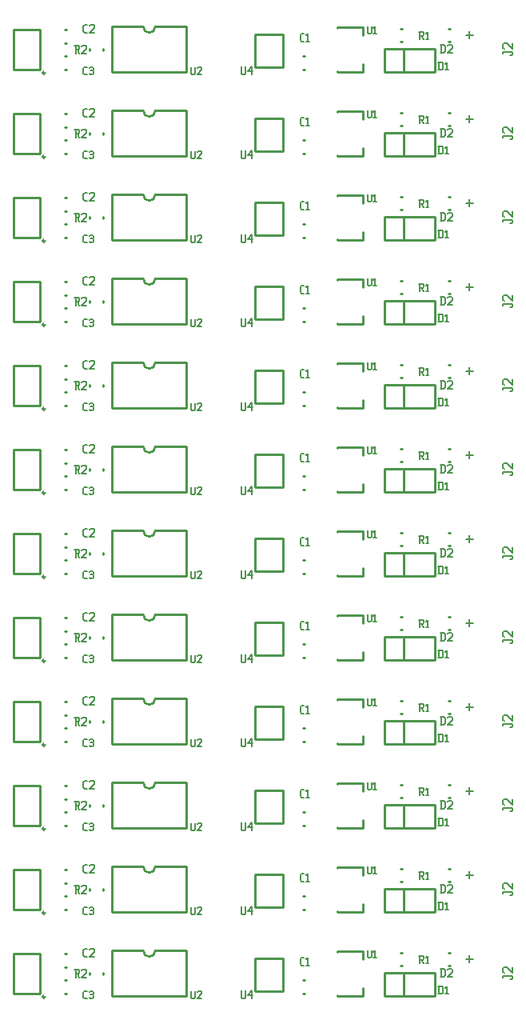
<source format=gbr>
G04 start of page 9 for group -4079 idx -4079 *
G04 Title: (unknown), topsilk *
G04 Creator: pcb 20140316 *
G04 CreationDate: Thu 20 Aug 2020 02:40:32 AM GMT UTC *
G04 For: railfan *
G04 Format: Gerber/RS-274X *
G04 PCB-Dimensions (mil): 2400.00 4300.00 *
G04 PCB-Coordinate-Origin: lower left *
%MOIN*%
%FSLAX25Y25*%
%LNTOPSILK*%
%ADD63C,0.0100*%
%ADD62C,0.0080*%
G54D62*X200500Y273500D02*X203500D01*
X202000Y275000D02*Y272000D01*
X200500Y238500D02*X203500D01*
X202000Y240000D02*Y237000D01*
X200500Y203500D02*X203500D01*
X202000Y205000D02*Y202000D01*
X200500Y168500D02*X203500D01*
X202000Y170000D02*Y167000D01*
X200500Y133500D02*X203500D01*
X202000Y135000D02*Y132000D01*
X200500Y98500D02*X203500D01*
X202000Y100000D02*Y97000D01*
X200500Y63500D02*X203500D01*
X202000Y65000D02*Y62000D01*
X200500Y28500D02*X203500D01*
X202000Y30000D02*Y27000D01*
X200500Y343500D02*X203500D01*
X202000Y345000D02*Y342000D01*
X200500Y308500D02*X203500D01*
X200500Y413500D02*X203500D01*
X202000Y415000D02*Y412000D01*
X200500Y378500D02*X203500D01*
X202000Y380000D02*Y377000D01*
Y310000D02*Y307000D01*
G54D63*X11988Y399232D02*X23012D01*
X11988Y415768D02*Y399232D01*
Y415768D02*X23012D01*
Y399232D01*
X25012Y397732D02*G75*G03X25012Y397732I-500J0D01*G01*
X43745Y372893D02*Y372107D01*
X49255Y372893D02*Y372107D01*
X33107Y369755D02*X33893D01*
X33107Y364245D02*X33893D01*
X33107Y380755D02*X33893D01*
X33107Y375245D02*X33893D01*
X11988Y364232D02*X23012D01*
X11988Y380768D02*Y364232D01*
Y380768D02*X23012D01*
Y364232D01*
X25012Y362732D02*G75*G03X25012Y362732I-500J0D01*G01*
X11988Y329232D02*X23012D01*
X11988Y345768D02*Y329232D01*
Y345768D02*X23012D01*
Y329232D01*
X25012Y327732D02*G75*G03X25012Y327732I-500J0D01*G01*
X43745Y302893D02*Y302107D01*
X49255Y302893D02*Y302107D01*
X33107Y299755D02*X33893D01*
X33107Y294245D02*X33893D01*
X33107Y310755D02*X33893D01*
X33107Y305245D02*X33893D01*
X124400Y308900D02*Y295000D01*
X112600Y308900D02*X124400D01*
X112600D02*Y295000D01*
X124400D01*
X132607Y294245D02*X133393D01*
X132607Y299755D02*X133393D01*
X124400Y273900D02*Y260000D01*
X112600Y273900D02*X124400D01*
X112600D02*Y260000D01*
X124400D01*
X132607Y259245D02*X133393D01*
X132607Y264755D02*X133393D01*
X166500Y398200D02*X187500D01*
X166500Y407800D02*X187500D01*
X166500Y398200D02*Y407800D01*
X187500Y398200D02*Y407800D01*
X174500Y398200D02*Y407800D01*
X173107Y416255D02*X173893D01*
X173107Y410745D02*X173893D01*
X193107Y416255D02*X193893D01*
X193107Y410745D02*X193893D01*
X147020Y416750D02*X157650D01*
X147020Y398250D02*X157650D01*
Y416750D02*Y413500D01*
Y401500D02*Y398250D01*
X147020Y416750D02*Y416571D01*
Y398429D02*Y398250D01*
Y381750D02*X157650D01*
X147020Y363250D02*X157650D01*
Y381750D02*Y378500D01*
Y366500D02*Y363250D01*
X147020Y381750D02*Y381571D01*
Y363429D02*Y363250D01*
X166500Y363200D02*X187500D01*
X166500Y372800D02*X187500D01*
X166500Y363200D02*Y372800D01*
X187500Y363200D02*Y372800D01*
X174500Y363200D02*Y372800D01*
X173107Y381255D02*X173893D01*
X173107Y375745D02*X173893D01*
X193107Y381255D02*X193893D01*
X193107Y375745D02*X193893D01*
X43745Y407893D02*Y407107D01*
X49255Y407893D02*Y407107D01*
X33107Y404755D02*X33893D01*
X33107Y399245D02*X33893D01*
X33107Y415755D02*X33893D01*
X33107Y410245D02*X33893D01*
X124400Y413900D02*Y400000D01*
X112600Y413900D02*X124400D01*
X112600D02*Y400000D01*
X124400D01*
X132607Y399245D02*X133393D01*
X132607Y404755D02*X133393D01*
X132607Y364245D02*X133393D01*
X132607Y369755D02*X133393D01*
X132607Y329245D02*X133393D01*
X132607Y334755D02*X133393D01*
X53000Y417000D02*Y398000D01*
X84000D01*
Y417000D01*
X53000D02*X66000D01*
X84000D02*X71000D01*
X66000D02*G75*G03X71000Y417000I2500J0D01*G01*
X124400Y378900D02*Y365000D01*
X112600Y378900D02*X124400D01*
X112600D02*Y365000D01*
X124400D01*
X53000Y347000D02*Y328000D01*
X84000D01*
Y347000D01*
X53000D02*X66000D01*
X84000D02*X71000D01*
X66000D02*G75*G03X71000Y347000I2500J0D01*G01*
X53000Y382000D02*Y363000D01*
X84000D01*
Y382000D01*
X53000D02*X66000D01*
X84000D02*X71000D01*
X66000D02*G75*G03X71000Y382000I2500J0D01*G01*
X124400Y343900D02*Y330000D01*
X112600Y343900D02*X124400D01*
X112600D02*Y330000D01*
X124400D01*
X43745Y337893D02*Y337107D01*
X49255Y337893D02*Y337107D01*
X33107Y334755D02*X33893D01*
X33107Y329245D02*X33893D01*
X33107Y345755D02*X33893D01*
X33107Y340245D02*X33893D01*
X11988Y294232D02*X23012D01*
X11988Y310768D02*Y294232D01*
Y310768D02*X23012D01*
Y294232D01*
X25012Y292732D02*G75*G03X25012Y292732I-500J0D01*G01*
X166500Y328200D02*X187500D01*
X166500Y337800D02*X187500D01*
X166500Y328200D02*Y337800D01*
X187500Y328200D02*Y337800D01*
X174500Y328200D02*Y337800D01*
X173107Y346255D02*X173893D01*
X173107Y340745D02*X173893D01*
X193107Y346255D02*X193893D01*
X193107Y340745D02*X193893D01*
X173107Y311255D02*X173893D01*
X173107Y305745D02*X173893D01*
X193107Y311255D02*X193893D01*
X193107Y305745D02*X193893D01*
X147020Y346750D02*X157650D01*
X147020Y328250D02*X157650D01*
Y346750D02*Y343500D01*
Y331500D02*Y328250D01*
X147020Y346750D02*Y346571D01*
Y328429D02*Y328250D01*
Y311750D02*X157650D01*
X147020Y293250D02*X157650D01*
Y311750D02*Y308500D01*
Y296500D02*Y293250D01*
X147020Y311750D02*Y311571D01*
Y293429D02*Y293250D01*
X166500Y293200D02*X187500D01*
X166500Y302800D02*X187500D01*
X166500Y293200D02*Y302800D01*
X187500Y293200D02*Y302800D01*
X174500Y293200D02*Y302800D01*
X166500Y258200D02*X187500D01*
X166500Y267800D02*X187500D01*
X166500Y258200D02*Y267800D01*
X187500Y258200D02*Y267800D01*
X174500Y258200D02*Y267800D01*
X173107Y276255D02*X173893D01*
X173107Y270745D02*X173893D01*
X193107Y276255D02*X193893D01*
X193107Y270745D02*X193893D01*
X193107Y241255D02*X193893D01*
X193107Y235745D02*X193893D01*
X193107Y206255D02*X193893D01*
X193107Y200745D02*X193893D01*
X147020Y276750D02*X157650D01*
X147020Y258250D02*X157650D01*
Y276750D02*Y273500D01*
Y261500D02*Y258250D01*
X147020Y276750D02*Y276571D01*
Y258429D02*Y258250D01*
Y241750D02*X157650D01*
X147020Y223250D02*X157650D01*
Y241750D02*Y238500D01*
Y226500D02*Y223250D01*
X147020Y241750D02*Y241571D01*
Y223429D02*Y223250D01*
Y206750D02*X157650D01*
X147020Y188250D02*X157650D01*
Y206750D02*Y203500D01*
Y191500D02*Y188250D01*
X147020Y206750D02*Y206571D01*
Y188429D02*Y188250D01*
X166500Y223200D02*X187500D01*
X166500Y232800D02*X187500D01*
X166500Y223200D02*Y232800D01*
X187500Y223200D02*Y232800D01*
X174500Y223200D02*Y232800D01*
X173107Y241255D02*X173893D01*
X173107Y235745D02*X173893D01*
X166500Y188200D02*X187500D01*
X166500Y197800D02*X187500D01*
X166500Y188200D02*Y197800D01*
X187500Y188200D02*Y197800D01*
X174500Y188200D02*Y197800D01*
X173107Y206255D02*X173893D01*
X173107Y200745D02*X173893D01*
X43745Y267893D02*Y267107D01*
X49255Y267893D02*Y267107D01*
X43745Y232893D02*Y232107D01*
X49255Y232893D02*Y232107D01*
X43745Y197893D02*Y197107D01*
X49255Y197893D02*Y197107D01*
X33107Y264755D02*X33893D01*
X33107Y259245D02*X33893D01*
X11988Y259232D02*X23012D01*
X11988Y275768D02*Y259232D01*
Y275768D02*X23012D01*
Y259232D01*
X25012Y257732D02*G75*G03X25012Y257732I-500J0D01*G01*
X33107Y275755D02*X33893D01*
X33107Y270245D02*X33893D01*
X33107Y240755D02*X33893D01*
X33107Y235245D02*X33893D01*
X33107Y229755D02*X33893D01*
X33107Y224245D02*X33893D01*
X11988Y224232D02*X23012D01*
X11988Y240768D02*Y224232D01*
Y240768D02*X23012D01*
Y224232D01*
X25012Y222732D02*G75*G03X25012Y222732I-500J0D01*G01*
X33107Y194755D02*X33893D01*
X33107Y189245D02*X33893D01*
X33107Y205755D02*X33893D01*
X33107Y200245D02*X33893D01*
X11988Y189232D02*X23012D01*
X11988Y205768D02*Y189232D01*
Y205768D02*X23012D01*
Y189232D01*
X25012Y187732D02*G75*G03X25012Y187732I-500J0D01*G01*
X53000Y312000D02*Y293000D01*
X84000D01*
Y312000D01*
X53000D02*X66000D01*
X84000D02*X71000D01*
X66000D02*G75*G03X71000Y312000I2500J0D01*G01*
X53000Y277000D02*Y258000D01*
X84000D01*
Y277000D01*
X53000D02*X66000D01*
X84000D02*X71000D01*
X66000D02*G75*G03X71000Y277000I2500J0D01*G01*
X53000Y242000D02*Y223000D01*
X84000D01*
Y242000D01*
X53000D02*X66000D01*
X84000D02*X71000D01*
X66000D02*G75*G03X71000Y242000I2500J0D01*G01*
X53000Y207000D02*Y188000D01*
X84000D01*
Y207000D01*
X53000D02*X66000D01*
X84000D02*X71000D01*
X66000D02*G75*G03X71000Y207000I2500J0D01*G01*
X53000Y172000D02*Y153000D01*
X84000D01*
Y172000D01*
X53000D02*X66000D01*
X84000D02*X71000D01*
X66000D02*G75*G03X71000Y172000I2500J0D01*G01*
X124400Y238900D02*Y225000D01*
X112600Y238900D02*X124400D01*
X112600D02*Y225000D01*
X124400D01*
Y203900D02*Y190000D01*
X112600Y203900D02*X124400D01*
X112600D02*Y190000D01*
X124400D01*
X132607Y224245D02*X133393D01*
X132607Y229755D02*X133393D01*
X132607Y189245D02*X133393D01*
X132607Y194755D02*X133393D01*
X132607Y154245D02*X133393D01*
X132607Y159755D02*X133393D01*
X43745Y162893D02*Y162107D01*
X49255Y162893D02*Y162107D01*
X33107Y135755D02*X33893D01*
X33107Y130245D02*X33893D01*
X11988Y119232D02*X23012D01*
X11988Y135768D02*Y119232D01*
Y135768D02*X23012D01*
Y119232D01*
X25012Y117732D02*G75*G03X25012Y117732I-500J0D01*G01*
X33107Y159755D02*X33893D01*
X33107Y154245D02*X33893D01*
X33107Y170755D02*X33893D01*
X33107Y165245D02*X33893D01*
X11988Y154232D02*X23012D01*
X11988Y170768D02*Y154232D01*
Y170768D02*X23012D01*
Y154232D01*
X25012Y152732D02*G75*G03X25012Y152732I-500J0D01*G01*
X43745Y127893D02*Y127107D01*
X49255Y127893D02*Y127107D01*
X33107Y124755D02*X33893D01*
X33107Y119245D02*X33893D01*
X43745Y92893D02*Y92107D01*
X49255Y92893D02*Y92107D01*
X33107Y100755D02*X33893D01*
X33107Y95245D02*X33893D01*
X166500Y153200D02*X187500D01*
X166500Y162800D02*X187500D01*
X166500Y153200D02*Y162800D01*
X187500Y153200D02*Y162800D01*
X174500Y153200D02*Y162800D01*
X173107Y171255D02*X173893D01*
X173107Y165745D02*X173893D01*
X193107Y171255D02*X193893D01*
X193107Y165745D02*X193893D01*
X173107Y136255D02*X173893D01*
X173107Y130745D02*X173893D01*
X193107Y136255D02*X193893D01*
X193107Y130745D02*X193893D01*
X147020Y171750D02*X157650D01*
X147020Y153250D02*X157650D01*
Y171750D02*Y168500D01*
Y156500D02*Y153250D01*
X147020Y171750D02*Y171571D01*
Y153429D02*Y153250D01*
Y136750D02*X157650D01*
X147020Y118250D02*X157650D01*
Y136750D02*Y133500D01*
Y121500D02*Y118250D01*
X147020Y136750D02*Y136571D01*
Y118429D02*Y118250D01*
X166500Y118200D02*X187500D01*
X166500Y127800D02*X187500D01*
X166500Y118200D02*Y127800D01*
X187500Y118200D02*Y127800D01*
X174500Y118200D02*Y127800D01*
X166500Y83200D02*X187500D01*
X166500Y92800D02*X187500D01*
X166500Y83200D02*Y92800D01*
X187500Y83200D02*Y92800D01*
X174500Y83200D02*Y92800D01*
X173107Y101255D02*X173893D01*
X173107Y95745D02*X173893D01*
X124400Y168900D02*Y155000D01*
X112600Y168900D02*X124400D01*
X112600D02*Y155000D01*
X124400D01*
Y133900D02*Y120000D01*
X112600Y133900D02*X124400D01*
X112600D02*Y120000D01*
X124400D01*
X132607Y119245D02*X133393D01*
X132607Y124755D02*X133393D01*
X132607Y84245D02*X133393D01*
X132607Y89755D02*X133393D01*
X53000Y137000D02*Y118000D01*
X84000D01*
Y137000D01*
X53000D02*X66000D01*
X84000D02*X71000D01*
X66000D02*G75*G03X71000Y137000I2500J0D01*G01*
X53000Y102000D02*Y83000D01*
X84000D01*
Y102000D01*
X53000D02*X66000D01*
X84000D02*X71000D01*
X66000D02*G75*G03X71000Y102000I2500J0D01*G01*
X53000Y67000D02*Y48000D01*
X84000D01*
Y67000D01*
X53000D02*X66000D01*
X84000D02*X71000D01*
X66000D02*G75*G03X71000Y67000I2500J0D01*G01*
X53000Y32000D02*Y13000D01*
X84000D01*
Y32000D01*
X53000D02*X66000D01*
X84000D02*X71000D01*
X66000D02*G75*G03X71000Y32000I2500J0D01*G01*
X124400Y98900D02*Y85000D01*
X112600Y98900D02*X124400D01*
X112600D02*Y85000D01*
X124400D01*
Y28900D02*Y15000D01*
X112600Y28900D02*X124400D01*
X112600D02*Y15000D01*
X124400D01*
Y63900D02*Y50000D01*
X112600Y63900D02*X124400D01*
X112600D02*Y50000D01*
X124400D01*
X132607Y49245D02*X133393D01*
X132607Y54755D02*X133393D01*
X132607Y14245D02*X133393D01*
X132607Y19755D02*X133393D01*
X33107Y89755D02*X33893D01*
X33107Y84245D02*X33893D01*
X11988Y84232D02*X23012D01*
X11988Y100768D02*Y84232D01*
Y100768D02*X23012D01*
Y84232D01*
X25012Y82732D02*G75*G03X25012Y82732I-500J0D01*G01*
X43745Y57893D02*Y57107D01*
X49255Y57893D02*Y57107D01*
X33107Y65755D02*X33893D01*
X33107Y60245D02*X33893D01*
X33107Y54755D02*X33893D01*
X33107Y49245D02*X33893D01*
X11988Y49232D02*X23012D01*
X11988Y65768D02*Y49232D01*
Y65768D02*X23012D01*
Y49232D01*
X25012Y47732D02*G75*G03X25012Y47732I-500J0D01*G01*
X43745Y22893D02*Y22107D01*
X49255Y22893D02*Y22107D01*
X33107Y19755D02*X33893D01*
X33107Y14245D02*X33893D01*
X33107Y30755D02*X33893D01*
X33107Y25245D02*X33893D01*
X11988Y14232D02*X23012D01*
X11988Y30768D02*Y14232D01*
Y30768D02*X23012D01*
Y14232D01*
X25012Y12732D02*G75*G03X25012Y12732I-500J0D01*G01*
X193107Y101255D02*X193893D01*
X193107Y95745D02*X193893D01*
X193107Y66255D02*X193893D01*
X193107Y60745D02*X193893D01*
X193107Y31255D02*X193893D01*
X193107Y25745D02*X193893D01*
X147020Y101750D02*X157650D01*
X147020Y83250D02*X157650D01*
Y101750D02*Y98500D01*
Y86500D02*Y83250D01*
X147020Y101750D02*Y101571D01*
Y83429D02*Y83250D01*
Y66750D02*X157650D01*
X147020Y48250D02*X157650D01*
Y66750D02*Y63500D01*
Y51500D02*Y48250D01*
X147020Y66750D02*Y66571D01*
Y48429D02*Y48250D01*
Y31750D02*X157650D01*
X147020Y13250D02*X157650D01*
Y31750D02*Y28500D01*
Y16500D02*Y13250D01*
X147020Y31750D02*Y31571D01*
Y13429D02*Y13250D01*
X166500Y48200D02*X187500D01*
X166500Y57800D02*X187500D01*
X166500Y48200D02*Y57800D01*
X187500Y48200D02*Y57800D01*
X174500Y48200D02*Y57800D01*
X173107Y66255D02*X173893D01*
X173107Y60745D02*X173893D01*
X166500Y13200D02*X187500D01*
X166500Y22800D02*X187500D01*
X166500Y13200D02*Y22800D01*
X187500Y13200D02*Y22800D01*
X174500Y13200D02*Y22800D01*
X173107Y31255D02*X173893D01*
X173107Y25745D02*X173893D01*
G54D62*X37400Y409100D02*X39000D01*
X39400Y408700D01*
Y407900D01*
X39000Y407500D02*X39400Y407900D01*
X37800Y407500D02*X39000D01*
X37800Y409100D02*Y405900D01*
X38440Y407500D02*X39400Y405900D01*
X40360Y408700D02*X40760Y409100D01*
X41960D01*
X42360Y408700D01*
Y407900D01*
X40360Y405900D02*X42360Y407900D01*
X40360Y405900D02*X42360D01*
X41560Y397000D02*X42600D01*
X41000Y397560D02*X41560Y397000D01*
X41000Y399640D02*Y397560D01*
Y399640D02*X41560Y400200D01*
X42600D01*
X43560Y399800D02*X43960Y400200D01*
X44760D01*
X45160Y399800D01*
X44760Y397000D02*X45160Y397400D01*
X43960Y397000D02*X44760D01*
X43560Y397400D02*X43960Y397000D01*
Y398760D02*X44760D01*
X45160Y399800D02*Y399160D01*
Y398360D02*Y397400D01*
Y398360D02*X44760Y398760D01*
X45160Y399160D02*X44760Y398760D01*
X41560Y414500D02*X42600D01*
X41000Y415060D02*X41560Y414500D01*
X41000Y417140D02*Y415060D01*
Y417140D02*X41560Y417700D01*
X42600D01*
X43560Y417300D02*X43960Y417700D01*
X45160D01*
X45560Y417300D01*
Y416500D01*
X43560Y414500D02*X45560Y416500D01*
X43560Y414500D02*X45560D01*
X107000Y400300D02*Y397500D01*
X107400Y397100D01*
X108200D01*
X108600Y397500D01*
Y400300D02*Y397500D01*
X109560Y398300D02*X111160Y400300D01*
X109560Y398300D02*X111560D01*
X111160Y400300D02*Y397100D01*
X86000Y400230D02*Y397535D01*
X86385Y397150D01*
X87155D01*
X87540Y397535D01*
Y400230D02*Y397535D01*
X88464Y399845D02*X88849Y400230D01*
X90004D01*
X90389Y399845D01*
Y399075D01*
X88464Y397150D02*X90389Y399075D01*
X88464Y397150D02*X90389D01*
X37400Y374100D02*X39000D01*
X39400Y373700D01*
Y372900D01*
X39000Y372500D02*X39400Y372900D01*
X37800Y372500D02*X39000D01*
X37800Y374100D02*Y370900D01*
X38440Y372500D02*X39400Y370900D01*
X40360Y373700D02*X40760Y374100D01*
X41960D01*
X42360Y373700D01*
Y372900D01*
X40360Y370900D02*X42360Y372900D01*
X40360Y370900D02*X42360D01*
X41560Y362000D02*X42600D01*
X41000Y362560D02*X41560Y362000D01*
X41000Y364640D02*Y362560D01*
Y364640D02*X41560Y365200D01*
X42600D01*
X43560Y364800D02*X43960Y365200D01*
X44760D01*
X45160Y364800D01*
X44760Y362000D02*X45160Y362400D01*
X43960Y362000D02*X44760D01*
X43560Y362400D02*X43960Y362000D01*
Y363760D02*X44760D01*
X45160Y364800D02*Y364160D01*
Y363360D02*Y362400D01*
Y363360D02*X44760Y363760D01*
X45160Y364160D02*X44760Y363760D01*
X41560Y379500D02*X42600D01*
X41000Y380060D02*X41560Y379500D01*
X41000Y382140D02*Y380060D01*
Y382140D02*X41560Y382700D01*
X42600D01*
X43560Y382300D02*X43960Y382700D01*
X45160D01*
X45560Y382300D01*
Y381500D01*
X43560Y379500D02*X45560Y381500D01*
X43560Y379500D02*X45560D01*
X41560Y344500D02*X42600D01*
X41000Y345060D02*X41560Y344500D01*
X41000Y347140D02*Y345060D01*
Y347140D02*X41560Y347700D01*
X42600D01*
X43560Y347300D02*X43960Y347700D01*
X45160D01*
X45560Y347300D01*
Y346500D01*
X43560Y344500D02*X45560Y346500D01*
X43560Y344500D02*X45560D01*
X37400Y339100D02*X39000D01*
X39400Y338700D01*
Y337900D01*
X39000Y337500D02*X39400Y337900D01*
X37800Y337500D02*X39000D01*
X37800Y339100D02*Y335900D01*
X38440Y337500D02*X39400Y335900D01*
X40360Y338700D02*X40760Y339100D01*
X41960D01*
X42360Y338700D01*
Y337900D01*
X40360Y335900D02*X42360Y337900D01*
X40360Y335900D02*X42360D01*
X41560Y327000D02*X42600D01*
X41000Y327560D02*X41560Y327000D01*
X41000Y329640D02*Y327560D01*
Y329640D02*X41560Y330200D01*
X42600D01*
X43560Y329800D02*X43960Y330200D01*
X44760D01*
X45160Y329800D01*
X44760Y327000D02*X45160Y327400D01*
X43960Y327000D02*X44760D01*
X43560Y327400D02*X43960Y327000D01*
Y328760D02*X44760D01*
X45160Y329800D02*Y329160D01*
Y328360D02*Y327400D01*
Y328360D02*X44760Y328760D01*
X45160Y329160D02*X44760Y328760D01*
X107000Y330300D02*Y327500D01*
X107400Y327100D01*
X108200D01*
X108600Y327500D01*
Y330300D02*Y327500D01*
X109560Y328300D02*X111160Y330300D01*
X109560Y328300D02*X111560D01*
X111160Y330300D02*Y327100D01*
X86000Y330230D02*Y327535D01*
X86385Y327150D01*
X87155D01*
X87540Y327535D01*
Y330230D02*Y327535D01*
X88464Y329845D02*X88849Y330230D01*
X90004D01*
X90389Y329845D01*
Y329075D01*
X88464Y327150D02*X90389Y329075D01*
X88464Y327150D02*X90389D01*
X107000Y365300D02*Y362500D01*
X107400Y362100D01*
X108200D01*
X108600Y362500D01*
Y365300D02*Y362500D01*
X109560Y363300D02*X111160Y365300D01*
X109560Y363300D02*X111560D01*
X111160Y365300D02*Y362100D01*
X86000Y365230D02*Y362535D01*
X86385Y362150D01*
X87155D01*
X87540Y362535D01*
Y365230D02*Y362535D01*
X88464Y364845D02*X88849Y365230D01*
X90004D01*
X90389Y364845D01*
Y364075D01*
X88464Y362150D02*X90389Y364075D01*
X88464Y362150D02*X90389D01*
X107000Y295300D02*Y292500D01*
X107400Y292100D01*
X108200D01*
X108600Y292500D01*
Y295300D02*Y292500D01*
X109560Y293300D02*X111160Y295300D01*
X109560Y293300D02*X111560D01*
X111160Y295300D02*Y292100D01*
X189400Y402200D02*Y399000D01*
X190440Y402200D02*X191000Y401640D01*
Y399560D01*
X190440Y399000D02*X191000Y399560D01*
X189000Y399000D02*X190440D01*
X189000Y402200D02*X190440D01*
X191960Y401560D02*X192600Y402200D01*
Y399000D01*
X191960D02*X193160D01*
X216000Y406500D02*Y405700D01*
Y406500D02*X219500D01*
X220000Y406000D02*X219500Y406500D01*
X220000Y406000D02*Y405500D01*
X219500Y405000D02*X220000Y405500D01*
X219000Y405000D02*X219500D01*
X216500Y407700D02*X216000Y408200D01*
Y409700D02*Y408200D01*
Y409700D02*X216500Y410200D01*
X217500D01*
X220000Y407700D02*X217500Y410200D01*
X220000D02*Y407700D01*
X190250Y409350D02*Y406150D01*
X191290Y409350D02*X191850Y408790D01*
Y406710D01*
X191290Y406150D02*X191850Y406710D01*
X189850Y406150D02*X191290D01*
X189850Y409350D02*X191290D01*
X192810Y408950D02*X193210Y409350D01*
X194410D01*
X194810Y408950D01*
Y408150D01*
X192810Y406150D02*X194810Y408150D01*
X192810Y406150D02*X194810D01*
X159500Y417200D02*Y414400D01*
X159900Y414000D01*
X160700D01*
X161100Y414400D01*
Y417200D02*Y414400D01*
X162060Y416560D02*X162700Y417200D01*
Y414000D01*
X162060D02*X163260D01*
X180936Y414850D02*X182536D01*
X182936Y414450D01*
Y413650D01*
X182536Y413250D02*X182936Y413650D01*
X181336Y413250D02*X182536D01*
X181336Y414850D02*Y411650D01*
X181976Y413250D02*X182936Y411650D01*
X183896Y414210D02*X184536Y414850D01*
Y411650D01*
X183896D02*X185096D01*
X180936Y379850D02*X182536D01*
X182936Y379450D01*
Y378650D01*
X182536Y378250D02*X182936Y378650D01*
X181336Y378250D02*X182536D01*
X181336Y379850D02*Y376650D01*
X181976Y378250D02*X182936Y376650D01*
X183896Y379210D02*X184536Y379850D01*
Y376650D01*
X183896D02*X185096D01*
X131997Y410906D02*X133037D01*
X131437Y411466D02*X131997Y410906D01*
X131437Y413546D02*Y411466D01*
Y413546D02*X131997Y414106D01*
X133037D01*
X133997Y413466D02*X134637Y414106D01*
Y410906D01*
X133997D02*X135197D01*
X131997Y375906D02*X133037D01*
X131437Y376466D02*X131997Y375906D01*
X131437Y378546D02*Y376466D01*
Y378546D02*X131997Y379106D01*
X133037D01*
X133997Y378466D02*X134637Y379106D01*
Y375906D01*
X133997D02*X135197D01*
X131997Y340906D02*X133037D01*
X131437Y341466D02*X131997Y340906D01*
X131437Y343546D02*Y341466D01*
Y343546D02*X131997Y344106D01*
X133037D01*
X133997Y343466D02*X134637Y344106D01*
Y340906D01*
X133997D02*X135197D01*
X131997Y305906D02*X133037D01*
X131437Y306466D02*X131997Y305906D01*
X131437Y308546D02*Y306466D01*
Y308546D02*X131997Y309106D01*
X133037D01*
X133997Y308466D02*X134637Y309106D01*
Y305906D01*
X133997D02*X135197D01*
X131997Y270906D02*X133037D01*
X131437Y271466D02*X131997Y270906D01*
X131437Y273546D02*Y271466D01*
Y273546D02*X131997Y274106D01*
X133037D01*
X133997Y273466D02*X134637Y274106D01*
Y270906D01*
X133997D02*X135197D01*
X216000Y371500D02*Y370700D01*
Y371500D02*X219500D01*
X220000Y371000D02*X219500Y371500D01*
X220000Y371000D02*Y370500D01*
X219500Y370000D02*X220000Y370500D01*
X219000Y370000D02*X219500D01*
X216500Y372700D02*X216000Y373200D01*
Y374700D02*Y373200D01*
Y374700D02*X216500Y375200D01*
X217500D01*
X220000Y372700D02*X217500Y375200D01*
X220000D02*Y372700D01*
X216000Y336500D02*Y335700D01*
Y336500D02*X219500D01*
X220000Y336000D02*X219500Y336500D01*
X220000Y336000D02*Y335500D01*
X219500Y335000D02*X220000Y335500D01*
X219000Y335000D02*X219500D01*
X216500Y337700D02*X216000Y338200D01*
Y339700D02*Y338200D01*
Y339700D02*X216500Y340200D01*
X217500D01*
X220000Y337700D02*X217500Y340200D01*
X220000D02*Y337700D01*
X159500Y382200D02*Y379400D01*
X159900Y379000D01*
X160700D01*
X161100Y379400D01*
Y382200D02*Y379400D01*
X162060Y381560D02*X162700Y382200D01*
Y379000D01*
X162060D02*X163260D01*
X159500Y347200D02*Y344400D01*
X159900Y344000D01*
X160700D01*
X161100Y344400D01*
Y347200D02*Y344400D01*
X162060Y346560D02*X162700Y347200D01*
Y344000D01*
X162060D02*X163260D01*
X159500Y312200D02*Y309400D01*
X159900Y309000D01*
X160700D01*
X161100Y309400D01*
Y312200D02*Y309400D01*
X162060Y311560D02*X162700Y312200D01*
Y309000D01*
X162060D02*X163260D01*
X159500Y277200D02*Y274400D01*
X159900Y274000D01*
X160700D01*
X161100Y274400D01*
Y277200D02*Y274400D01*
X162060Y276560D02*X162700Y277200D01*
Y274000D01*
X162060D02*X163260D01*
X189400Y367200D02*Y364000D01*
X190440Y367200D02*X191000Y366640D01*
Y364560D01*
X190440Y364000D02*X191000Y364560D01*
X189000Y364000D02*X190440D01*
X189000Y367200D02*X190440D01*
X191960Y366560D02*X192600Y367200D01*
Y364000D01*
X191960D02*X193160D01*
X190250Y374350D02*Y371150D01*
X191290Y374350D02*X191850Y373790D01*
Y371710D01*
X191290Y371150D02*X191850Y371710D01*
X189850Y371150D02*X191290D01*
X189850Y374350D02*X191290D01*
X192810Y373950D02*X193210Y374350D01*
X194410D01*
X194810Y373950D01*
Y373150D01*
X192810Y371150D02*X194810Y373150D01*
X192810Y371150D02*X194810D01*
X189400Y332200D02*Y329000D01*
X190440Y332200D02*X191000Y331640D01*
Y329560D01*
X190440Y329000D02*X191000Y329560D01*
X189000Y329000D02*X190440D01*
X189000Y332200D02*X190440D01*
X191960Y331560D02*X192600Y332200D01*
Y329000D01*
X191960D02*X193160D01*
X180936Y344850D02*X182536D01*
X182936Y344450D01*
Y343650D01*
X182536Y343250D02*X182936Y343650D01*
X181336Y343250D02*X182536D01*
X181336Y344850D02*Y341650D01*
X181976Y343250D02*X182936Y341650D01*
X183896Y344210D02*X184536Y344850D01*
Y341650D01*
X183896D02*X185096D01*
X190250Y339350D02*Y336150D01*
X191290Y339350D02*X191850Y338790D01*
Y336710D01*
X191290Y336150D02*X191850Y336710D01*
X189850Y336150D02*X191290D01*
X189850Y339350D02*X191290D01*
X192810Y338950D02*X193210Y339350D01*
X194410D01*
X194810Y338950D01*
Y338150D01*
X192810Y336150D02*X194810Y338150D01*
X192810Y336150D02*X194810D01*
X189400Y297200D02*Y294000D01*
X190440Y297200D02*X191000Y296640D01*
Y294560D01*
X190440Y294000D02*X191000Y294560D01*
X189000Y294000D02*X190440D01*
X189000Y297200D02*X190440D01*
X191960Y296560D02*X192600Y297200D01*
Y294000D01*
X191960D02*X193160D01*
X180936Y309850D02*X182536D01*
X182936Y309450D01*
Y308650D01*
X182536Y308250D02*X182936Y308650D01*
X181336Y308250D02*X182536D01*
X181336Y309850D02*Y306650D01*
X181976Y308250D02*X182936Y306650D01*
X183896Y309210D02*X184536Y309850D01*
Y306650D01*
X183896D02*X185096D01*
X190250Y304350D02*Y301150D01*
X191290Y304350D02*X191850Y303790D01*
Y301710D01*
X191290Y301150D02*X191850Y301710D01*
X189850Y301150D02*X191290D01*
X189850Y304350D02*X191290D01*
X192810Y303950D02*X193210Y304350D01*
X194410D01*
X194810Y303950D01*
Y303150D01*
X192810Y301150D02*X194810Y303150D01*
X192810Y301150D02*X194810D01*
X216000Y301500D02*Y300700D01*
Y301500D02*X219500D01*
X220000Y301000D02*X219500Y301500D01*
X220000Y301000D02*Y300500D01*
X219500Y300000D02*X220000Y300500D01*
X219000Y300000D02*X219500D01*
X216500Y302700D02*X216000Y303200D01*
Y304700D02*Y303200D01*
Y304700D02*X216500Y305200D01*
X217500D01*
X220000Y302700D02*X217500Y305200D01*
X220000D02*Y302700D01*
X216000Y266500D02*Y265700D01*
Y266500D02*X219500D01*
X220000Y266000D02*X219500Y266500D01*
X220000Y266000D02*Y265500D01*
X219500Y265000D02*X220000Y265500D01*
X219000Y265000D02*X219500D01*
X216500Y267700D02*X216000Y268200D01*
Y269700D02*Y268200D01*
Y269700D02*X216500Y270200D01*
X217500D01*
X220000Y267700D02*X217500Y270200D01*
X220000D02*Y267700D01*
X189400Y262200D02*Y259000D01*
X190440Y262200D02*X191000Y261640D01*
Y259560D01*
X190440Y259000D02*X191000Y259560D01*
X189000Y259000D02*X190440D01*
X189000Y262200D02*X190440D01*
X191960Y261560D02*X192600Y262200D01*
Y259000D01*
X191960D02*X193160D01*
X180936Y274850D02*X182536D01*
X182936Y274450D01*
Y273650D01*
X182536Y273250D02*X182936Y273650D01*
X181336Y273250D02*X182536D01*
X181336Y274850D02*Y271650D01*
X181976Y273250D02*X182936Y271650D01*
X183896Y274210D02*X184536Y274850D01*
Y271650D01*
X183896D02*X185096D01*
X190250Y269350D02*Y266150D01*
X191290Y269350D02*X191850Y268790D01*
Y266710D01*
X191290Y266150D02*X191850Y266710D01*
X189850Y266150D02*X191290D01*
X189850Y269350D02*X191290D01*
X192810Y268950D02*X193210Y269350D01*
X194410D01*
X194810Y268950D01*
Y268150D01*
X192810Y266150D02*X194810Y268150D01*
X192810Y266150D02*X194810D01*
X37400Y304100D02*X39000D01*
X39400Y303700D01*
Y302900D01*
X39000Y302500D02*X39400Y302900D01*
X37800Y302500D02*X39000D01*
X37800Y304100D02*Y300900D01*
X38440Y302500D02*X39400Y300900D01*
X40360Y303700D02*X40760Y304100D01*
X41960D01*
X42360Y303700D01*
Y302900D01*
X40360Y300900D02*X42360Y302900D01*
X40360Y300900D02*X42360D01*
X41560Y292000D02*X42600D01*
X41000Y292560D02*X41560Y292000D01*
X41000Y294640D02*Y292560D01*
Y294640D02*X41560Y295200D01*
X42600D01*
X43560Y294800D02*X43960Y295200D01*
X44760D01*
X45160Y294800D01*
X44760Y292000D02*X45160Y292400D01*
X43960Y292000D02*X44760D01*
X43560Y292400D02*X43960Y292000D01*
Y293760D02*X44760D01*
X45160Y294800D02*Y294160D01*
Y293360D02*Y292400D01*
Y293360D02*X44760Y293760D01*
X45160Y294160D02*X44760Y293760D01*
X41560Y309500D02*X42600D01*
X41000Y310060D02*X41560Y309500D01*
X41000Y312140D02*Y310060D01*
Y312140D02*X41560Y312700D01*
X42600D01*
X43560Y312300D02*X43960Y312700D01*
X45160D01*
X45560Y312300D01*
Y311500D01*
X43560Y309500D02*X45560Y311500D01*
X43560Y309500D02*X45560D01*
X37400Y269100D02*X39000D01*
X39400Y268700D01*
Y267900D01*
X39000Y267500D02*X39400Y267900D01*
X37800Y267500D02*X39000D01*
X37800Y269100D02*Y265900D01*
X38440Y267500D02*X39400Y265900D01*
X40360Y268700D02*X40760Y269100D01*
X41960D01*
X42360Y268700D01*
Y267900D01*
X40360Y265900D02*X42360Y267900D01*
X40360Y265900D02*X42360D01*
X41560Y257000D02*X42600D01*
X41000Y257560D02*X41560Y257000D01*
X41000Y259640D02*Y257560D01*
Y259640D02*X41560Y260200D01*
X42600D01*
X43560Y259800D02*X43960Y260200D01*
X44760D01*
X45160Y259800D01*
X44760Y257000D02*X45160Y257400D01*
X43960Y257000D02*X44760D01*
X43560Y257400D02*X43960Y257000D01*
Y258760D02*X44760D01*
X45160Y259800D02*Y259160D01*
Y258360D02*Y257400D01*
Y258360D02*X44760Y258760D01*
X45160Y259160D02*X44760Y258760D01*
X41560Y274500D02*X42600D01*
X41000Y275060D02*X41560Y274500D01*
X41000Y277140D02*Y275060D01*
Y277140D02*X41560Y277700D01*
X42600D01*
X43560Y277300D02*X43960Y277700D01*
X45160D01*
X45560Y277300D01*
Y276500D01*
X43560Y274500D02*X45560Y276500D01*
X43560Y274500D02*X45560D01*
X37400Y234100D02*X39000D01*
X39400Y233700D01*
Y232900D01*
X39000Y232500D02*X39400Y232900D01*
X37800Y232500D02*X39000D01*
X37800Y234100D02*Y230900D01*
X38440Y232500D02*X39400Y230900D01*
X40360Y233700D02*X40760Y234100D01*
X41960D01*
X42360Y233700D01*
Y232900D01*
X40360Y230900D02*X42360Y232900D01*
X40360Y230900D02*X42360D01*
X41560Y222000D02*X42600D01*
X41000Y222560D02*X41560Y222000D01*
X41000Y224640D02*Y222560D01*
Y224640D02*X41560Y225200D01*
X42600D01*
X43560Y224800D02*X43960Y225200D01*
X44760D01*
X45160Y224800D01*
X44760Y222000D02*X45160Y222400D01*
X43960Y222000D02*X44760D01*
X43560Y222400D02*X43960Y222000D01*
Y223760D02*X44760D01*
X45160Y224800D02*Y224160D01*
Y223360D02*Y222400D01*
Y223360D02*X44760Y223760D01*
X45160Y224160D02*X44760Y223760D01*
X41560Y239500D02*X42600D01*
X41000Y240060D02*X41560Y239500D01*
X41000Y242140D02*Y240060D01*
Y242140D02*X41560Y242700D01*
X42600D01*
X43560Y242300D02*X43960Y242700D01*
X45160D01*
X45560Y242300D01*
Y241500D01*
X43560Y239500D02*X45560Y241500D01*
X43560Y239500D02*X45560D01*
X37400Y199100D02*X39000D01*
X39400Y198700D01*
Y197900D01*
X39000Y197500D02*X39400Y197900D01*
X37800Y197500D02*X39000D01*
X37800Y199100D02*Y195900D01*
X38440Y197500D02*X39400Y195900D01*
X40360Y198700D02*X40760Y199100D01*
X41960D01*
X42360Y198700D01*
Y197900D01*
X40360Y195900D02*X42360Y197900D01*
X40360Y195900D02*X42360D01*
X41560Y187000D02*X42600D01*
X41000Y187560D02*X41560Y187000D01*
X41000Y189640D02*Y187560D01*
Y189640D02*X41560Y190200D01*
X42600D01*
X43560Y189800D02*X43960Y190200D01*
X44760D01*
X45160Y189800D01*
X44760Y187000D02*X45160Y187400D01*
X43960Y187000D02*X44760D01*
X43560Y187400D02*X43960Y187000D01*
Y188760D02*X44760D01*
X45160Y189800D02*Y189160D01*
Y188360D02*Y187400D01*
Y188360D02*X44760Y188760D01*
X45160Y189160D02*X44760Y188760D01*
X41560Y204500D02*X42600D01*
X41000Y205060D02*X41560Y204500D01*
X41000Y207140D02*Y205060D01*
Y207140D02*X41560Y207700D01*
X42600D01*
X43560Y207300D02*X43960Y207700D01*
X45160D01*
X45560Y207300D01*
Y206500D01*
X43560Y204500D02*X45560Y206500D01*
X43560Y204500D02*X45560D01*
X86000Y295230D02*Y292535D01*
X86385Y292150D01*
X87155D01*
X87540Y292535D01*
Y295230D02*Y292535D01*
X88464Y294845D02*X88849Y295230D01*
X90004D01*
X90389Y294845D01*
Y294075D01*
X88464Y292150D02*X90389Y294075D01*
X88464Y292150D02*X90389D01*
X86000Y225230D02*Y222535D01*
X86385Y222150D01*
X87155D01*
X87540Y222535D01*
Y225230D02*Y222535D01*
X88464Y224845D02*X88849Y225230D01*
X90004D01*
X90389Y224845D01*
Y224075D01*
X88464Y222150D02*X90389Y224075D01*
X88464Y222150D02*X90389D01*
X86000Y190230D02*Y187535D01*
X86385Y187150D01*
X87155D01*
X87540Y187535D01*
Y190230D02*Y187535D01*
X88464Y189845D02*X88849Y190230D01*
X90004D01*
X90389Y189845D01*
Y189075D01*
X88464Y187150D02*X90389Y189075D01*
X88464Y187150D02*X90389D01*
X107000Y225300D02*Y222500D01*
X107400Y222100D01*
X108200D01*
X108600Y222500D01*
Y225300D02*Y222500D01*
X109560Y223300D02*X111160Y225300D01*
X109560Y223300D02*X111560D01*
X111160Y225300D02*Y222100D01*
X107000Y260300D02*Y257500D01*
X107400Y257100D01*
X108200D01*
X108600Y257500D01*
Y260300D02*Y257500D01*
X109560Y258300D02*X111160Y260300D01*
X109560Y258300D02*X111560D01*
X111160Y260300D02*Y257100D01*
X86000Y260230D02*Y257535D01*
X86385Y257150D01*
X87155D01*
X87540Y257535D01*
Y260230D02*Y257535D01*
X88464Y259845D02*X88849Y260230D01*
X90004D01*
X90389Y259845D01*
Y259075D01*
X88464Y257150D02*X90389Y259075D01*
X88464Y257150D02*X90389D01*
X216000Y231500D02*Y230700D01*
Y231500D02*X219500D01*
X220000Y231000D02*X219500Y231500D01*
X220000Y231000D02*Y230500D01*
X219500Y230000D02*X220000Y230500D01*
X219000Y230000D02*X219500D01*
X216500Y232700D02*X216000Y233200D01*
Y234700D02*Y233200D01*
Y234700D02*X216500Y235200D01*
X217500D01*
X220000Y232700D02*X217500Y235200D01*
X220000D02*Y232700D01*
X159500Y242200D02*Y239400D01*
X159900Y239000D01*
X160700D01*
X161100Y239400D01*
Y242200D02*Y239400D01*
X162060Y241560D02*X162700Y242200D01*
Y239000D01*
X162060D02*X163260D01*
X189400Y227200D02*Y224000D01*
X190440Y227200D02*X191000Y226640D01*
Y224560D01*
X190440Y224000D02*X191000Y224560D01*
X189000Y224000D02*X190440D01*
X189000Y227200D02*X190440D01*
X191960Y226560D02*X192600Y227200D01*
Y224000D01*
X191960D02*X193160D01*
X180936Y239850D02*X182536D01*
X182936Y239450D01*
Y238650D01*
X182536Y238250D02*X182936Y238650D01*
X181336Y238250D02*X182536D01*
X181336Y239850D02*Y236650D01*
X181976Y238250D02*X182936Y236650D01*
X183896Y239210D02*X184536Y239850D01*
Y236650D01*
X183896D02*X185096D01*
X190250Y234350D02*Y231150D01*
X191290Y234350D02*X191850Y233790D01*
Y231710D01*
X191290Y231150D02*X191850Y231710D01*
X189850Y231150D02*X191290D01*
X189850Y234350D02*X191290D01*
X192810Y233950D02*X193210Y234350D01*
X194410D01*
X194810Y233950D01*
Y233150D01*
X192810Y231150D02*X194810Y233150D01*
X192810Y231150D02*X194810D01*
X131997Y235906D02*X133037D01*
X131437Y236466D02*X131997Y235906D01*
X131437Y238546D02*Y236466D01*
Y238546D02*X131997Y239106D01*
X133037D01*
X133997Y238466D02*X134637Y239106D01*
Y235906D01*
X133997D02*X135197D01*
X131997Y200906D02*X133037D01*
X131437Y201466D02*X131997Y200906D01*
X131437Y203546D02*Y201466D01*
Y203546D02*X131997Y204106D01*
X133037D01*
X133997Y203466D02*X134637Y204106D01*
Y200906D01*
X133997D02*X135197D01*
X131997Y165906D02*X133037D01*
X131437Y166466D02*X131997Y165906D01*
X131437Y168546D02*Y166466D01*
Y168546D02*X131997Y169106D01*
X133037D01*
X133997Y168466D02*X134637Y169106D01*
Y165906D01*
X133997D02*X135197D01*
X159500Y207200D02*Y204400D01*
X159900Y204000D01*
X160700D01*
X161100Y204400D01*
Y207200D02*Y204400D01*
X162060Y206560D02*X162700Y207200D01*
Y204000D01*
X162060D02*X163260D01*
X131997Y130906D02*X133037D01*
X131437Y131466D02*X131997Y130906D01*
X131437Y133546D02*Y131466D01*
Y133546D02*X131997Y134106D01*
X133037D01*
X133997Y133466D02*X134637Y134106D01*
Y130906D01*
X133997D02*X135197D01*
X131997Y95906D02*X133037D01*
X131437Y96466D02*X131997Y95906D01*
X131437Y98546D02*Y96466D01*
Y98546D02*X131997Y99106D01*
X133037D01*
X133997Y98466D02*X134637Y99106D01*
Y95906D01*
X133997D02*X135197D01*
X131997Y60906D02*X133037D01*
X131437Y61466D02*X131997Y60906D01*
X131437Y63546D02*Y61466D01*
Y63546D02*X131997Y64106D01*
X133037D01*
X133997Y63466D02*X134637Y64106D01*
Y60906D01*
X133997D02*X135197D01*
X131997Y25906D02*X133037D01*
X131437Y26466D02*X131997Y25906D01*
X131437Y28546D02*Y26466D01*
Y28546D02*X131997Y29106D01*
X133037D01*
X133997Y28466D02*X134637Y29106D01*
Y25906D01*
X133997D02*X135197D01*
X216000Y196500D02*Y195700D01*
Y196500D02*X219500D01*
X220000Y196000D02*X219500Y196500D01*
X220000Y196000D02*Y195500D01*
X219500Y195000D02*X220000Y195500D01*
X219000Y195000D02*X219500D01*
X216500Y197700D02*X216000Y198200D01*
Y199700D02*Y198200D01*
Y199700D02*X216500Y200200D01*
X217500D01*
X220000Y197700D02*X217500Y200200D01*
X220000D02*Y197700D01*
X189400Y192200D02*Y189000D01*
X190440Y192200D02*X191000Y191640D01*
Y189560D01*
X190440Y189000D02*X191000Y189560D01*
X189000Y189000D02*X190440D01*
X189000Y192200D02*X190440D01*
X191960Y191560D02*X192600Y192200D01*
Y189000D01*
X191960D02*X193160D01*
X180936Y204850D02*X182536D01*
X182936Y204450D01*
Y203650D01*
X182536Y203250D02*X182936Y203650D01*
X181336Y203250D02*X182536D01*
X181336Y204850D02*Y201650D01*
X181976Y203250D02*X182936Y201650D01*
X183896Y204210D02*X184536Y204850D01*
Y201650D01*
X183896D02*X185096D01*
X190250Y199350D02*Y196150D01*
X191290Y199350D02*X191850Y198790D01*
Y196710D01*
X191290Y196150D02*X191850Y196710D01*
X189850Y196150D02*X191290D01*
X189850Y199350D02*X191290D01*
X192810Y198950D02*X193210Y199350D01*
X194410D01*
X194810Y198950D01*
Y198150D01*
X192810Y196150D02*X194810Y198150D01*
X192810Y196150D02*X194810D01*
X216000Y161500D02*Y160700D01*
Y161500D02*X219500D01*
X220000Y161000D02*X219500Y161500D01*
X220000Y161000D02*Y160500D01*
X219500Y160000D02*X220000Y160500D01*
X219000Y160000D02*X219500D01*
X216500Y162700D02*X216000Y163200D01*
Y164700D02*Y163200D01*
Y164700D02*X216500Y165200D01*
X217500D01*
X220000Y162700D02*X217500Y165200D01*
X220000D02*Y162700D01*
X189400Y157200D02*Y154000D01*
X190440Y157200D02*X191000Y156640D01*
Y154560D01*
X190440Y154000D02*X191000Y154560D01*
X189000Y154000D02*X190440D01*
X189000Y157200D02*X190440D01*
X191960Y156560D02*X192600Y157200D01*
Y154000D01*
X191960D02*X193160D01*
X180936Y169850D02*X182536D01*
X182936Y169450D01*
Y168650D01*
X182536Y168250D02*X182936Y168650D01*
X181336Y168250D02*X182536D01*
X181336Y169850D02*Y166650D01*
X181976Y168250D02*X182936Y166650D01*
X183896Y169210D02*X184536Y169850D01*
Y166650D01*
X183896D02*X185096D01*
X190250Y164350D02*Y161150D01*
X191290Y164350D02*X191850Y163790D01*
Y161710D01*
X191290Y161150D02*X191850Y161710D01*
X189850Y161150D02*X191290D01*
X189850Y164350D02*X191290D01*
X192810Y163950D02*X193210Y164350D01*
X194410D01*
X194810Y163950D01*
Y163150D01*
X192810Y161150D02*X194810Y163150D01*
X192810Y161150D02*X194810D01*
X159500Y172200D02*Y169400D01*
X159900Y169000D01*
X160700D01*
X161100Y169400D01*
Y172200D02*Y169400D01*
X162060Y171560D02*X162700Y172200D01*
Y169000D01*
X162060D02*X163260D01*
X159500Y137200D02*Y134400D01*
X159900Y134000D01*
X160700D01*
X161100Y134400D01*
Y137200D02*Y134400D01*
X162060Y136560D02*X162700Y137200D01*
Y134000D01*
X162060D02*X163260D01*
X216000Y126500D02*Y125700D01*
Y126500D02*X219500D01*
X220000Y126000D02*X219500Y126500D01*
X220000Y126000D02*Y125500D01*
X219500Y125000D02*X220000Y125500D01*
X219000Y125000D02*X219500D01*
X216500Y127700D02*X216000Y128200D01*
Y129700D02*Y128200D01*
Y129700D02*X216500Y130200D01*
X217500D01*
X220000Y127700D02*X217500Y130200D01*
X220000D02*Y127700D01*
X189400Y122200D02*Y119000D01*
X190440Y122200D02*X191000Y121640D01*
Y119560D01*
X190440Y119000D02*X191000Y119560D01*
X189000Y119000D02*X190440D01*
X189000Y122200D02*X190440D01*
X191960Y121560D02*X192600Y122200D01*
Y119000D01*
X191960D02*X193160D01*
X180936Y134850D02*X182536D01*
X182936Y134450D01*
Y133650D01*
X182536Y133250D02*X182936Y133650D01*
X181336Y133250D02*X182536D01*
X181336Y134850D02*Y131650D01*
X181976Y133250D02*X182936Y131650D01*
X183896Y134210D02*X184536Y134850D01*
Y131650D01*
X183896D02*X185096D01*
X190250Y129350D02*Y126150D01*
X191290Y129350D02*X191850Y128790D01*
Y126710D01*
X191290Y126150D02*X191850Y126710D01*
X189850Y126150D02*X191290D01*
X189850Y129350D02*X191290D01*
X192810Y128950D02*X193210Y129350D01*
X194410D01*
X194810Y128950D01*
Y128150D01*
X192810Y126150D02*X194810Y128150D01*
X192810Y126150D02*X194810D01*
X189400Y87200D02*Y84000D01*
X190440Y87200D02*X191000Y86640D01*
Y84560D01*
X190440Y84000D02*X191000Y84560D01*
X189000Y84000D02*X190440D01*
X189000Y87200D02*X190440D01*
X191960Y86560D02*X192600Y87200D01*
Y84000D01*
X191960D02*X193160D01*
X180936Y99850D02*X182536D01*
X182936Y99450D01*
Y98650D01*
X182536Y98250D02*X182936Y98650D01*
X181336Y98250D02*X182536D01*
X181336Y99850D02*Y96650D01*
X181976Y98250D02*X182936Y96650D01*
X183896Y99210D02*X184536Y99850D01*
Y96650D01*
X183896D02*X185096D01*
X190250Y94350D02*Y91150D01*
X191290Y94350D02*X191850Y93790D01*
Y91710D01*
X191290Y91150D02*X191850Y91710D01*
X189850Y91150D02*X191290D01*
X189850Y94350D02*X191290D01*
X192810Y93950D02*X193210Y94350D01*
X194410D01*
X194810Y93950D01*
Y93150D01*
X192810Y91150D02*X194810Y93150D01*
X192810Y91150D02*X194810D01*
X216000Y91500D02*Y90700D01*
Y91500D02*X219500D01*
X220000Y91000D02*X219500Y91500D01*
X220000Y91000D02*Y90500D01*
X219500Y90000D02*X220000Y90500D01*
X219000Y90000D02*X219500D01*
X216500Y92700D02*X216000Y93200D01*
Y94700D02*Y93200D01*
Y94700D02*X216500Y95200D01*
X217500D01*
X220000Y92700D02*X217500Y95200D01*
X220000D02*Y92700D01*
X216000Y56500D02*Y55700D01*
Y56500D02*X219500D01*
X220000Y56000D02*X219500Y56500D01*
X220000Y56000D02*Y55500D01*
X219500Y55000D02*X220000Y55500D01*
X219000Y55000D02*X219500D01*
X216500Y57700D02*X216000Y58200D01*
Y59700D02*Y58200D01*
Y59700D02*X216500Y60200D01*
X217500D01*
X220000Y57700D02*X217500Y60200D01*
X220000D02*Y57700D01*
X216000Y21500D02*Y20700D01*
Y21500D02*X219500D01*
X220000Y21000D02*X219500Y21500D01*
X220000Y21000D02*Y20500D01*
X219500Y20000D02*X220000Y20500D01*
X219000Y20000D02*X219500D01*
X216500Y22700D02*X216000Y23200D01*
Y24700D02*Y23200D01*
Y24700D02*X216500Y25200D01*
X217500D01*
X220000Y22700D02*X217500Y25200D01*
X220000D02*Y22700D01*
X159500Y102200D02*Y99400D01*
X159900Y99000D01*
X160700D01*
X161100Y99400D01*
Y102200D02*Y99400D01*
X162060Y101560D02*X162700Y102200D01*
Y99000D01*
X162060D02*X163260D01*
X159500Y67200D02*Y64400D01*
X159900Y64000D01*
X160700D01*
X161100Y64400D01*
Y67200D02*Y64400D01*
X162060Y66560D02*X162700Y67200D01*
Y64000D01*
X162060D02*X163260D01*
X159500Y32200D02*Y29400D01*
X159900Y29000D01*
X160700D01*
X161100Y29400D01*
Y32200D02*Y29400D01*
X162060Y31560D02*X162700Y32200D01*
Y29000D01*
X162060D02*X163260D01*
X189400Y52200D02*Y49000D01*
X190440Y52200D02*X191000Y51640D01*
Y49560D01*
X190440Y49000D02*X191000Y49560D01*
X189000Y49000D02*X190440D01*
X189000Y52200D02*X190440D01*
X191960Y51560D02*X192600Y52200D01*
Y49000D01*
X191960D02*X193160D01*
X180936Y64850D02*X182536D01*
X182936Y64450D01*
Y63650D01*
X182536Y63250D02*X182936Y63650D01*
X181336Y63250D02*X182536D01*
X181336Y64850D02*Y61650D01*
X181976Y63250D02*X182936Y61650D01*
X183896Y64210D02*X184536Y64850D01*
Y61650D01*
X183896D02*X185096D01*
X190250Y59350D02*Y56150D01*
X191290Y59350D02*X191850Y58790D01*
Y56710D01*
X191290Y56150D02*X191850Y56710D01*
X189850Y56150D02*X191290D01*
X189850Y59350D02*X191290D01*
X192810Y58950D02*X193210Y59350D01*
X194410D01*
X194810Y58950D01*
Y58150D01*
X192810Y56150D02*X194810Y58150D01*
X192810Y56150D02*X194810D01*
X189400Y17200D02*Y14000D01*
X190440Y17200D02*X191000Y16640D01*
Y14560D01*
X190440Y14000D02*X191000Y14560D01*
X189000Y14000D02*X190440D01*
X189000Y17200D02*X190440D01*
X191960Y16560D02*X192600Y17200D01*
Y14000D01*
X191960D02*X193160D01*
X180936Y29850D02*X182536D01*
X182936Y29450D01*
Y28650D01*
X182536Y28250D02*X182936Y28650D01*
X181336Y28250D02*X182536D01*
X181336Y29850D02*Y26650D01*
X181976Y28250D02*X182936Y26650D01*
X183896Y29210D02*X184536Y29850D01*
Y26650D01*
X183896D02*X185096D01*
X190250Y24350D02*Y21150D01*
X191290Y24350D02*X191850Y23790D01*
Y21710D01*
X191290Y21150D02*X191850Y21710D01*
X189850Y21150D02*X191290D01*
X189850Y24350D02*X191290D01*
X192810Y23950D02*X193210Y24350D01*
X194410D01*
X194810Y23950D01*
Y23150D01*
X192810Y21150D02*X194810Y23150D01*
X192810Y21150D02*X194810D01*
X37400Y164100D02*X39000D01*
X39400Y163700D01*
Y162900D01*
X39000Y162500D02*X39400Y162900D01*
X37800Y162500D02*X39000D01*
X37800Y164100D02*Y160900D01*
X38440Y162500D02*X39400Y160900D01*
X40360Y163700D02*X40760Y164100D01*
X41960D01*
X42360Y163700D01*
Y162900D01*
X40360Y160900D02*X42360Y162900D01*
X40360Y160900D02*X42360D01*
X41560Y152000D02*X42600D01*
X41000Y152560D02*X41560Y152000D01*
X41000Y154640D02*Y152560D01*
Y154640D02*X41560Y155200D01*
X42600D01*
X43560Y154800D02*X43960Y155200D01*
X44760D01*
X45160Y154800D01*
X44760Y152000D02*X45160Y152400D01*
X43960Y152000D02*X44760D01*
X43560Y152400D02*X43960Y152000D01*
Y153760D02*X44760D01*
X45160Y154800D02*Y154160D01*
Y153360D02*Y152400D01*
Y153360D02*X44760Y153760D01*
X45160Y154160D02*X44760Y153760D01*
X41560Y169500D02*X42600D01*
X41000Y170060D02*X41560Y169500D01*
X41000Y172140D02*Y170060D01*
Y172140D02*X41560Y172700D01*
X42600D01*
X43560Y172300D02*X43960Y172700D01*
X45160D01*
X45560Y172300D01*
Y171500D01*
X43560Y169500D02*X45560Y171500D01*
X43560Y169500D02*X45560D01*
X37400Y129100D02*X39000D01*
X39400Y128700D01*
Y127900D01*
X39000Y127500D02*X39400Y127900D01*
X37800Y127500D02*X39000D01*
X37800Y129100D02*Y125900D01*
X38440Y127500D02*X39400Y125900D01*
X40360Y128700D02*X40760Y129100D01*
X41960D01*
X42360Y128700D01*
Y127900D01*
X40360Y125900D02*X42360Y127900D01*
X40360Y125900D02*X42360D01*
X41560Y117000D02*X42600D01*
X41000Y117560D02*X41560Y117000D01*
X41000Y119640D02*Y117560D01*
Y119640D02*X41560Y120200D01*
X42600D01*
X43560Y119800D02*X43960Y120200D01*
X44760D01*
X45160Y119800D01*
X44760Y117000D02*X45160Y117400D01*
X43960Y117000D02*X44760D01*
X43560Y117400D02*X43960Y117000D01*
Y118760D02*X44760D01*
X45160Y119800D02*Y119160D01*
Y118360D02*Y117400D01*
Y118360D02*X44760Y118760D01*
X45160Y119160D02*X44760Y118760D01*
X41560Y134500D02*X42600D01*
X41000Y135060D02*X41560Y134500D01*
X41000Y137140D02*Y135060D01*
Y137140D02*X41560Y137700D01*
X42600D01*
X43560Y137300D02*X43960Y137700D01*
X45160D01*
X45560Y137300D01*
Y136500D01*
X43560Y134500D02*X45560Y136500D01*
X43560Y134500D02*X45560D01*
X37400Y94100D02*X39000D01*
X39400Y93700D01*
Y92900D01*
X39000Y92500D02*X39400Y92900D01*
X37800Y92500D02*X39000D01*
X37800Y94100D02*Y90900D01*
X38440Y92500D02*X39400Y90900D01*
X40360Y93700D02*X40760Y94100D01*
X41960D01*
X42360Y93700D01*
Y92900D01*
X40360Y90900D02*X42360Y92900D01*
X40360Y90900D02*X42360D01*
X41560Y82000D02*X42600D01*
X41000Y82560D02*X41560Y82000D01*
X41000Y84640D02*Y82560D01*
Y84640D02*X41560Y85200D01*
X42600D01*
X43560Y84800D02*X43960Y85200D01*
X44760D01*
X45160Y84800D01*
X44760Y82000D02*X45160Y82400D01*
X43960Y82000D02*X44760D01*
X43560Y82400D02*X43960Y82000D01*
Y83760D02*X44760D01*
X45160Y84800D02*Y84160D01*
Y83360D02*Y82400D01*
Y83360D02*X44760Y83760D01*
X45160Y84160D02*X44760Y83760D01*
X41560Y99500D02*X42600D01*
X41000Y100060D02*X41560Y99500D01*
X41000Y102140D02*Y100060D01*
Y102140D02*X41560Y102700D01*
X42600D01*
X43560Y102300D02*X43960Y102700D01*
X45160D01*
X45560Y102300D01*
Y101500D01*
X43560Y99500D02*X45560Y101500D01*
X43560Y99500D02*X45560D01*
X107000Y190300D02*Y187500D01*
X107400Y187100D01*
X108200D01*
X108600Y187500D01*
Y190300D02*Y187500D01*
X109560Y188300D02*X111160Y190300D01*
X109560Y188300D02*X111560D01*
X111160Y190300D02*Y187100D01*
X107000Y155300D02*Y152500D01*
X107400Y152100D01*
X108200D01*
X108600Y152500D01*
Y155300D02*Y152500D01*
X109560Y153300D02*X111160Y155300D01*
X109560Y153300D02*X111560D01*
X111160Y155300D02*Y152100D01*
X86000Y155230D02*Y152535D01*
X86385Y152150D01*
X87155D01*
X87540Y152535D01*
Y155230D02*Y152535D01*
X88464Y154845D02*X88849Y155230D01*
X90004D01*
X90389Y154845D01*
Y154075D01*
X88464Y152150D02*X90389Y154075D01*
X88464Y152150D02*X90389D01*
X86000Y85230D02*Y82535D01*
X86385Y82150D01*
X87155D01*
X87540Y82535D01*
Y85230D02*Y82535D01*
X88464Y84845D02*X88849Y85230D01*
X90004D01*
X90389Y84845D01*
Y84075D01*
X88464Y82150D02*X90389Y84075D01*
X88464Y82150D02*X90389D01*
X107000Y120300D02*Y117500D01*
X107400Y117100D01*
X108200D01*
X108600Y117500D01*
Y120300D02*Y117500D01*
X109560Y118300D02*X111160Y120300D01*
X109560Y118300D02*X111560D01*
X111160Y120300D02*Y117100D01*
X86000Y120230D02*Y117535D01*
X86385Y117150D01*
X87155D01*
X87540Y117535D01*
Y120230D02*Y117535D01*
X88464Y119845D02*X88849Y120230D01*
X90004D01*
X90389Y119845D01*
Y119075D01*
X88464Y117150D02*X90389Y119075D01*
X88464Y117150D02*X90389D01*
X107000Y85300D02*Y82500D01*
X107400Y82100D01*
X108200D01*
X108600Y82500D01*
Y85300D02*Y82500D01*
X109560Y83300D02*X111160Y85300D01*
X109560Y83300D02*X111560D01*
X111160Y85300D02*Y82100D01*
X107000Y50300D02*Y47500D01*
X107400Y47100D01*
X108200D01*
X108600Y47500D01*
Y50300D02*Y47500D01*
X109560Y48300D02*X111160Y50300D01*
X109560Y48300D02*X111560D01*
X111160Y50300D02*Y47100D01*
X107000Y15300D02*Y12500D01*
X107400Y12100D01*
X108200D01*
X108600Y12500D01*
Y15300D02*Y12500D01*
X109560Y13300D02*X111160Y15300D01*
X109560Y13300D02*X111560D01*
X111160Y15300D02*Y12100D01*
X86000Y50230D02*Y47535D01*
X86385Y47150D01*
X87155D01*
X87540Y47535D01*
Y50230D02*Y47535D01*
X88464Y49845D02*X88849Y50230D01*
X90004D01*
X90389Y49845D01*
Y49075D01*
X88464Y47150D02*X90389Y49075D01*
X88464Y47150D02*X90389D01*
X86000Y15230D02*Y12535D01*
X86385Y12150D01*
X87155D01*
X87540Y12535D01*
Y15230D02*Y12535D01*
X88464Y14845D02*X88849Y15230D01*
X90004D01*
X90389Y14845D01*
Y14075D01*
X88464Y12150D02*X90389Y14075D01*
X88464Y12150D02*X90389D01*
X37400Y59100D02*X39000D01*
X39400Y58700D01*
Y57900D01*
X39000Y57500D02*X39400Y57900D01*
X37800Y57500D02*X39000D01*
X37800Y59100D02*Y55900D01*
X38440Y57500D02*X39400Y55900D01*
X40360Y58700D02*X40760Y59100D01*
X41960D01*
X42360Y58700D01*
Y57900D01*
X40360Y55900D02*X42360Y57900D01*
X40360Y55900D02*X42360D01*
X41560Y47000D02*X42600D01*
X41000Y47560D02*X41560Y47000D01*
X41000Y49640D02*Y47560D01*
Y49640D02*X41560Y50200D01*
X42600D01*
X43560Y49800D02*X43960Y50200D01*
X44760D01*
X45160Y49800D01*
X44760Y47000D02*X45160Y47400D01*
X43960Y47000D02*X44760D01*
X43560Y47400D02*X43960Y47000D01*
Y48760D02*X44760D01*
X45160Y49800D02*Y49160D01*
Y48360D02*Y47400D01*
Y48360D02*X44760Y48760D01*
X45160Y49160D02*X44760Y48760D01*
X41560Y64500D02*X42600D01*
X41000Y65060D02*X41560Y64500D01*
X41000Y67140D02*Y65060D01*
Y67140D02*X41560Y67700D01*
X42600D01*
X43560Y67300D02*X43960Y67700D01*
X45160D01*
X45560Y67300D01*
Y66500D01*
X43560Y64500D02*X45560Y66500D01*
X43560Y64500D02*X45560D01*
X37400Y24100D02*X39000D01*
X39400Y23700D01*
Y22900D01*
X39000Y22500D02*X39400Y22900D01*
X37800Y22500D02*X39000D01*
X37800Y24100D02*Y20900D01*
X38440Y22500D02*X39400Y20900D01*
X40360Y23700D02*X40760Y24100D01*
X41960D01*
X42360Y23700D01*
Y22900D01*
X40360Y20900D02*X42360Y22900D01*
X40360Y20900D02*X42360D01*
X41560Y12000D02*X42600D01*
X41000Y12560D02*X41560Y12000D01*
X41000Y14640D02*Y12560D01*
Y14640D02*X41560Y15200D01*
X42600D01*
X43560Y14800D02*X43960Y15200D01*
X44760D01*
X45160Y14800D01*
X44760Y12000D02*X45160Y12400D01*
X43960Y12000D02*X44760D01*
X43560Y12400D02*X43960Y12000D01*
Y13760D02*X44760D01*
X45160Y14800D02*Y14160D01*
Y13360D02*Y12400D01*
Y13360D02*X44760Y13760D01*
X45160Y14160D02*X44760Y13760D01*
X41560Y29500D02*X42600D01*
X41000Y30060D02*X41560Y29500D01*
X41000Y32140D02*Y30060D01*
Y32140D02*X41560Y32700D01*
X42600D01*
X43560Y32300D02*X43960Y32700D01*
X45160D01*
X45560Y32300D01*
Y31500D01*
X43560Y29500D02*X45560Y31500D01*
X43560Y29500D02*X45560D01*
M02*

</source>
